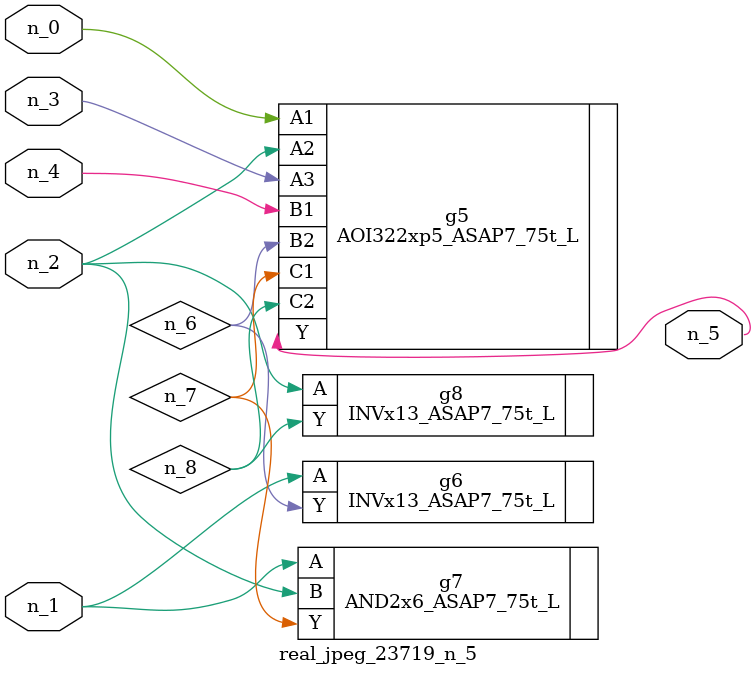
<source format=v>
module real_jpeg_23719_n_5 (n_4, n_0, n_1, n_2, n_3, n_5);

input n_4;
input n_0;
input n_1;
input n_2;
input n_3;

output n_5;

wire n_8;
wire n_6;
wire n_7;

AOI322xp5_ASAP7_75t_L g5 ( 
.A1(n_0),
.A2(n_2),
.A3(n_3),
.B1(n_4),
.B2(n_6),
.C1(n_7),
.C2(n_8),
.Y(n_5)
);

INVx13_ASAP7_75t_L g6 ( 
.A(n_1),
.Y(n_6)
);

AND2x6_ASAP7_75t_L g7 ( 
.A(n_1),
.B(n_2),
.Y(n_7)
);

INVx13_ASAP7_75t_L g8 ( 
.A(n_2),
.Y(n_8)
);


endmodule
</source>
